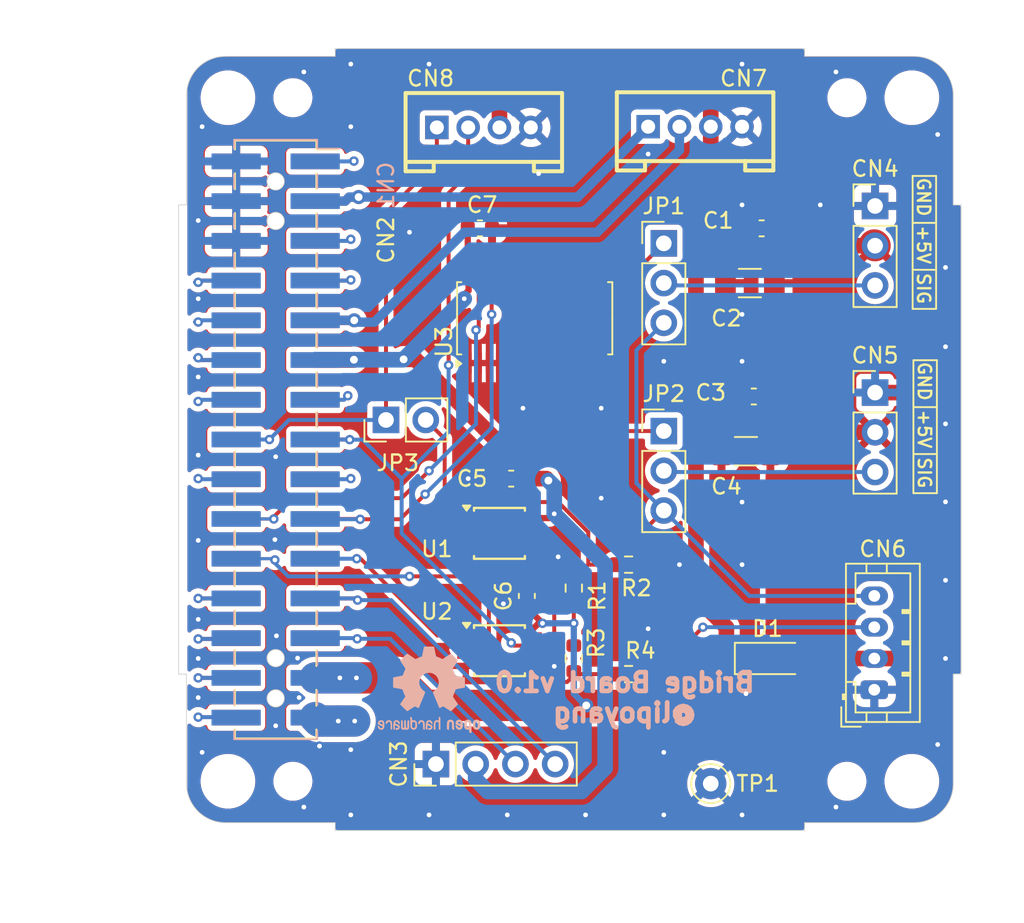
<source format=kicad_pcb>
(kicad_pcb (version 20241229) (generator "pcbnew") (generator_version "9.0")
  (title_block (title "Stack-chan Powerd / Bridge Board") (date "2025-06-20") (rev "1.0"))
  (layers (0 "F.Cu" signal) (2 "B.Cu" signal) (13 "F.Paste" user) (15 "B.Paste" user) (5 "F.SilkS" user "F.Silkscreen") (7 "B.SilkS" user "B.Silkscreen") (1 "F.Mask" user) (3 "B.Mask" user) (25 "Edge.Cuts" user))
  (net 0 "")
  (net 1 "GND")
  (net 2 "+5V")
  (net 3 "/PIN30")
  (net 4 "/BAT")
  (net 5 "/PIN28")
  (net 6 "/PIN26")
  (net 7 "+3V3")
  (net 8 "+5VM")
  (net 9 "/PIN24")
  (net 10 "/RXD1")
  (net 11 "/TXD2")
  (net 12 "/RXD2")
  (net 13 "/PIN18")
  (net 14 "/PIN17")
  (net 15 "/PIN14")
  (net 16 "/PIN13")
  (net 17 "/PIN12")
  (net 18 "/PIN10")
  (net 19 "/PIN8")
  (net 20 "/PIN7")
  (net 21 "/PWM1")
  (net 22 "/PIN5")
  (net 23 "/PIN1")
  (net 24 "/ADC")
  (net 25 "/DAC")
  (net 26 "/TXD1")
  (net 27 "/PDM_CLK")
  (net 28 "/SDA")
  (net 29 "/PDM_DAT")
  (net 30 "/SCL")
  (net 31 "Net-(CN4-Pin_3)")
  (net 32 "Net-(CN5-Pin_3)")
  (net 33 "/SERIAL2")
  (net 34 "/SERIAL1")
  (net 35 "/PWM0")
  (net 36 "Net-(JP3-Pin_2)")
  (net 37 "Net-(R1-Pad2)")
  (net 38 "Net-(R3-Pad2)")
  (footprint "m5-pantilt:mountinghole_M2_M3" (layer "F.Cu") (at 103.2 96.75 180)
    (property "Reference" "Hole3")
    (property "Value" "mountinghole_M2_M3")
  )
  (footprint "m5-pantilt:mountinghole_M2_M3" (layer "F.Cu") (at 146.8 96.95)
    (property "Reference" "Hole2")
    (property "Value" "mountinghole_M2_M3")
  )
  (footprint "m5-pantilt:mountinghole_M2_M3" (layer "F.Cu") (at 146.8 53.25)
    (property "Reference" "Hole1")
    (property "Value" "mountinghole_M2_M3")
  )
  (footprint "m5-pantilt:mountinghole_M2_M3" (layer "F.Cu") (at 103.2 53.05 180)
    (property "Reference" "Hole4")
    (property "Value" "mountinghole_M2_M3")
  )
  (footprint "Capacitor_SMD:C_1206_3216Metric_Pad1.33x1.80mm_HandSolder" (layer "F.Cu") (at 136.25 75.75 180)
    (property "Reference" "C4")
    (property "Value" "100u")
  )
  (footprint "Capacitor_SMD:C_1206_3216Metric_Pad1.33x1.80mm_HandSolder" (layer "F.Cu") (at 136.5 65)
    (property "Reference" "C2")
    (property "Value" "100u")
  )
  (footprint "Grove:GROVE-HW4-2.0" (layer "F.Cu") (at 119.5 55.05)
    (property "Reference" "CN8")
    (property "Value" "Grove")
  )
  (footprint "Connector_PinHeader_2.54mm:PinHeader_1x03_P2.54mm_Vertical" (layer "F.Cu") (at 144.5 72)
    (property "Reference" "CN5")
    (property "Value" "PinHeader")
  )
  (footprint "Connector_PinHeader_2.54mm:PinHeader_1x02_P2.54mm_Vertical" (layer "F.Cu") (at 113.25 73.75 90)
    (property "Reference" "JP3")
    (property "Value" "Conn_01x02_Pin")
  )
  (footprint "Resistor_SMD:R_0603_1608Metric" (layer "F.Cu") (at 128.75 83 180)
    (property "Reference" "R2")
    (property "Value" "100")
  )
  (footprint "Connector_PinHeader_2.54mm:PinHeader_1x03_P2.54mm_Vertical" (layer "F.Cu") (at 131 74.46)
    (property "Reference" "JP2")
    (property "Value" "PinHeader")
  )
  (footprint "Resistor_SMD:R_0603_1608Metric" (layer "F.Cu") (at 125.25 84.5 90)
    (property "Reference" "R1")
    (property "Value" "1k")
  )
  (footprint "Capacitor_SMD:C_0603_1608Metric" (layer "F.Cu") (at 119.25 61.5)
    (property "Reference" "C7")
    (property "Value" "0.1u")
  )
  (footprint "Grove:GROVE-HW4-2.0" (layer "F.Cu") (at 133 55)
    (property "Reference" "CN7")
    (property "Value" "Grove")
  )
  (footprint "Connector_PinSocket_2.54mm:PinSocket_2x15_P2.54mm_Vertical_SMD" (layer "F.Cu") (at 106.2 75)
    (property "Reference" "CN2")
    (property "Value" "PinSocket")
  )
  (footprint "Package_SO:TSSOP-8_3x3mm_P0.65mm" (layer "F.Cu") (at 120.5 88.5)
    (property "Reference" "U2")
    (property "Value" "74HCT2G125")
  )
  (footprint "Connector_Pin:Pin_D1.0mm_L10.0mm" (layer "F.Cu") (at 134 97)
    (property "Reference" "TP1")
    (property "Value" "TestPin")
  )
  (footprint "Resistor_SMD:R_0603_1608Metric" (layer "F.Cu") (at 125.25 89 -90)
    (property "Reference" "R3")
    (property "Value" "1k")
  )
  (footprint "Capacitor_SMD:C_0603_1608Metric" (layer "F.Cu") (at 122.25 85 90)
    (property "Reference" "C6")
    (property "Value" "0.1u")
  )
  (footprint "Connector_JST:JST_PH_B4B-PH-K_1x04_P2.00mm_Vertical" (layer "F.Cu") (at 144.45 91 90)
    (property "Reference" "CN6")
    (property "Value" "Grove")
  )
  (footprint "Capacitor_SMD:C_0603_1608Metric" (layer "F.Cu") (at 121.25 77.5 180)
    (property "Reference" "C5")
    (property "Value" "0.1u")
  )
  (footprint "Package_SO:TSSOP-28_4.4x9.7mm_P0.65mm" (layer "F.Cu") (at 122.75 67.25 90)
    (property "Reference" "U3")
    (property "Value" "PCA9685PW")
  )
  (footprint "Connector_PinHeader_2.54mm:PinHeader_1x03_P2.54mm_Vertical" (layer "F.Cu") (at 131 62.46)
    (property "Reference" "JP1")
    (property "Value" "PinHeader")
  )
  (footprint "Resistor_SMD:R_0603_1608Metric" (layer "F.Cu") (at 128.75 90 180)
    (property "Reference" "R4")
    (property "Value" "100")
  )
  (footprint "Capacitor_SMD:C_0603_1608Metric" (layer "F.Cu") (at 136.75 72.25 180)
    (property "Reference" "C3")
    (property "Value" "0.1u")
  )
  (footprint "Connector_PinHeader_2.54mm:PinHeader_1x04_P2.54mm_Vertical" (layer "F.Cu") (at 116.44 95.75 90)
    (property "Reference" "CN3")
    (property "Value" "PinHeader")
  )
  (footprint "Package_SO:TSSOP-8_3x3mm_P0.65mm" (layer "F.Cu") (at 120.5 81)
    (property "Reference" "U1")
    (property "Value" "74LVC2G125")
  )
  (footprint "Capacitor_SMD:C_0603_1608Metric" (layer "F.Cu") (at 137.25 61.5 180)
    (property "Reference" "C1")
    (property "Value" "0.1u")
  )
  (footprint "Connector_PinHeader_2.54mm:PinHeader_1x03_P2.54mm_Vertical" (layer "F.Cu") (at 144.5 60.07)
    (property "Reference" "CN4")
    (property "Value" "PinHeader")
  )
  (footprint "Diode_SMD:D_SOD-123F" (layer "F.Cu") (at 137.75 89)
    (property "Reference" "D1")
    (property "Value" "SS2040FL")
  )
  (footprint "Connector_PinHeader_2.54mm:PinHeader_2x15_P2.54mm_Vertical_SMD" (layer "B.Cu") (at 106.2 75 180)
    (property "Reference" "CN1")
    (property "Value" "PinHeader")
  )
  (footprint "Symbol:OSHW-Logo2_7.3x6mm_SilkScreen" (layer "B.Cu") (at 116 91 180)
    (property "Reference" "REF**" (hide yes))
    (property "Value" "OSHW-Logo2_7.3x6mm_SilkScreen" (hide yes))
  )
  (gr_line (start 146.9 58.15) (end 146.9 66.65) (stroke (width 0.12)) (layer "F.SilkS"))
  (gr_line (start 146.9 66.65) (end 148.4 66.65) (stroke (width 0.12)) (layer "F.SilkS"))
  (gr_line (start 148.4 58.15) (end 146.9 58.15) (stroke (width 0.12)) (layer "F.SilkS"))
  (gr_line (start 148.4 61.15) (end 146.9 61.15) (stroke (width 0.12)) (layer "F.SilkS"))
  (gr_line (start 148.4 64.15) (end 146.9 64.15) (stroke (width 0.12)) (layer "F.SilkS"))
  (gr_line (start 148.4 58.15) (end 148.4 66.65) (stroke (width 0.12)) (layer "F.SilkS"))
  (gr_line (start 148.45 69.93) (end 148.45 78.43) (stroke (width 0.12)) (layer "F.SilkS"))
  (gr_line (start 148.45 75.93) (end 146.95 75.93) (stroke (width 0.12)) (layer "F.SilkS"))
  (gr_line (start 148.45 72.93) (end 146.95 72.93) (stroke (width 0.12)) (layer "F.SilkS"))
  (gr_line (start 146.95 69.93) (end 146.95 78.43) (stroke (width 0.12)) (layer "F.SilkS"))
  (gr_line (start 148.45 69.93) (end 146.95 69.93) (stroke (width 0.12)) (layer "F.SilkS"))
  (gr_line (start 146.95 78.43) (end 148.45 78.43) (stroke (width 0.12)) (layer "F.SilkS"))
  (gr_line (start 140 100) (end 110 100) (stroke (width 0.05)) (layer "Edge.Cuts"))
  (gr_line (start 149.5 53) (end 149.5 60) (stroke (width 0.05)) (layer "Edge.Cuts"))
  (gr_line (start 147 50.5) (end 140 50.5) (stroke (width 0.05)) (layer "Edge.Cuts"))
  (gr_line (start 100.5 97) (end 100.5 90) (stroke (width 0.05)) (layer "Edge.Cuts"))
  (gr_line (start 100.5 53) (end 100.5 60) (stroke (width 0.05)) (layer "Edge.Cuts"))
  (gr_arc (start 100.5 53) (mid 101.232233 51.232233) (end 103 50.5) (stroke (width 0.05)) (layer "Edge.Cuts"))
  (gr_line (start 149.5 60) (end 150 60) (stroke (width 0.05)) (layer "Edge.Cuts"))
  (gr_line (start 149.5 90) (end 150 90) (stroke (width 0.05)) (layer "Edge.Cuts"))
  (gr_line (start 140 99.5) (end 140 100) (stroke (width 0.05)) (layer "Edge.Cuts"))
  (gr_line (start 110 99.5) (end 110 100) (stroke (width 0.05)) (layer "Edge.Cuts"))
  (gr_line (start 100.5 90) (end 100 90) (stroke (width 0.05)) (layer "Edge.Cuts"))
  (gr_line (start 100 60) (end 100.5 60) (stroke (width 0.05)) (layer "Edge.Cuts"))
  (gr_line (start 110 50) (end 110 50.5) (stroke (width 0.05)) (layer "Edge.Cuts"))
  (gr_circle (center 106.2 88.9764) (end 106.75 88.9764) (stroke (width 0.05)) (fill no) (layer "Edge.Cuts"))
  (gr_line (start 100 90) (end 100 60) (stroke (width 0.05)) (layer "Edge.Cuts"))
  (gr_arc (start 103 99.5) (mid 101.232233 98.767767) (end 100.5 97) (stroke (width 0.05)) (layer "Edge.Cuts"))
  (gr_line (start 103 99.5) (end 110 99.5) (stroke (width 0.05)) (layer "Edge.Cuts"))
  (gr_circle (center 106.2 61.029563) (end 106.75 61.029563) (stroke (width 0.05)) (fill no) (layer "Edge.Cuts"))
  (gr_arc (start 149.5 97) (mid 148.767767 98.767767) (end 147 99.5) (stroke (width 0.05)) (layer "Edge.Cuts"))
  (gr_arc (start 147 50.5) (mid 148.767767 51.232233) (end 149.5 53) (stroke (width 0.05)) (layer "Edge.Cuts"))
  (gr_line (start 110 50) (end 140 50) (stroke (width 0.05)) (layer "Edge.Cuts"))
  (gr_circle (center 106.2 58.5) (end 106.75 58.5) (stroke (width 0.05)) (fill no) (layer "Edge.Cuts"))
  (gr_line (start 149.5 97) (end 149.5 90) (stroke (width 0.05)) (layer "Edge.Cuts"))
  (gr_circle (center 106.2 91.55) (end 106.75 91.55) (stroke (width 0.05)) (fill no) (layer "Edge.Cuts"))
  (gr_line (start 103 50.5) (end 110 50.5) (stroke (width 0.05)) (layer "Edge.Cuts"))
  (gr_line (start 150 60) (end 150 90) (stroke (width 0.05)) (layer "Edge.Cuts"))
  (gr_line (start 140 50) (end 140 50.5) (stroke (width 0.05)) (layer "Edge.Cuts"))
  (gr_line (start 147 99.5) (end 140 99.5) (stroke (width 0.05)) (layer "Edge.Cuts"))
  (gr_text "GND +5V SIG" (at 147.6 62.3 270) (layer "F.SilkS") (effects (font (size 0.8 0.8))))
  (gr_text "GND +5V SIG" (at 147.65 74.08 270) (layer "F.SilkS") (effects (font (size 0.8 0.8))))
  (gr_text "Bridge Board v1.0\n@lipoyang" (at 128.5 91.5 0) (layer "B.SilkS") (effects (font (size 1.2 1.2) (thickness 0.3)) (justify mirror)))
  (segment (start 123.975 89.475) (end 124 89.5) (width 0.254) (layer "F.Cu") (net 1))
  (segment (start 116.5 88.5) (end 116.5 89.25) (width 0.254) (layer "F.Cu") (net 1))
  (segment (start 118.3875 77.6125) (end 118.5 77.5) (width 0.254) (layer "F.Cu") (net 1))
  (segment (start 144.5 72) (end 148.25 72) (width 1) (layer "F.Cu") (net 1))
  (segment (start 123.49547 80.675) (end 124.25 81.42953) (width 0.254) (layer "F.Cu") (net 1))
  (segment (start 122.6125 80.675) (end 123.49547 80.675) (width 0.254) (layer "F.Cu") (net 1))
  (segment (start 122.6125 89.475) (end 123.975 89.475) (width 0.254) (layer "F.Cu") (net 1))
  (segment (start 116.825 88.175) (end 116.5 88.5) (width 0.254) (layer "F.Cu") (net 1))
  (segment (start 118.3875 88.175) (end 116.825 88.175) (width 0.254) (layer "F.Cu") (net 1))
  (segment (start 124.25 81.42953) (end 124.25 82.5) (width 0.254) (layer "F.Cu") (net 1))
  (segment (start 118.3875 80.025) (end 118.3875 77.6125) (width 0.254) (layer "F.Cu") (net 1))
  (segment (start 116.5 89.25) (end 116.725 89.475) (width 0.254) (layer "F.Cu") (net 1))
  (segment (start 116.725 89.475) (end 118.3875 89.475) (width 0.254) (layer "F.Cu") (net 1))
  (via (at 108 51.5) (size 0.6) (drill 0.3) (layers "F.Cu" "B.Cu") (net 1))
  (via (at 101.5 95) (size 0.6) (drill 0.3) (layers "F.Cu" "B.Cu") (net 1))
  (via (at 124 89.5) (size 0.6) (drill 0.3) (layers "F.Cu" "B.Cu") (net 1))
  (via (at 142 51.5) (size 0.6) (drill 0.3) (layers "F.Cu" "B.Cu") (net 1))
  (via (at 148.5 94.5) (size 0.6) (drill 0.3) (layers "F.Cu" "B.Cu") (net 1))
  (via (at 122 73) (size 0.6) (drill 0.3) (layers "F.Cu" "B.Cu") (net 1))
  (via (at 149 74) (size 0.6) (drill 0.3) (layers "F.Cu" "B.Cu") (net 1))
  (via (at 118.5 77.5) (size 0.6) (drill 0.3) (layers "F.Cu" "B.Cu") (net 1))
  (via (at 101.25 81.45) (size 0.6) (drill 0.3) (layers "F.Cu" "B.Cu") (net 1))
  (via (at 109 94.6) (size 0.6) (drill 0.3) (layers "F.Cu" "B.Cu") (net 1))
  (via (at 131 70) (size 0.6) (drill 0.3) (layers "F.Cu" "B.Cu") (net 1))
  (via (at 106.2 93.3) (size 0.6) (drill 0.3) (layers "F.Cu" "B.Cu") (net 1))
  (via (at 101.25 76) (size 0.6) (drill 0.3) (layers "F.Cu" "B.Cu") (net 1))
  (via (at 149 89) (size 0.6) (drill 0.3) (layers "F.Cu" "B.Cu") (net 1))
  (via (at 116 99) (size 0.6) (drill 0.3) (layers "F.Cu" "B.Cu") (net 1))
  (via (at 149 84) (size 0.6) (drill 0.3) (layers "F.Cu" "B.Cu") (net 1))
  (via (at 101.25 86.5) (size 0.6) (drill 0.3) (layers "F.Cu" "B.Cu") (net 1))
  (via (at 131 95) (size 0.6) (drill 0.3) (layers "F.Cu" "B.Cu") (net 1))
  (via (at 120.75 85.5) (size 0.6) (drill 0.3) (layers "F.Cu" "B.Cu") (net 1))
  (via (at 108 98.5) (size 0.6) (drill 0.3) (layers "F.Cu" "B.Cu") (net 1))
  (via (at 101.25 71) (size 0.6) (drill 0.3) (layers "F.Cu" "B.Cu") (net 1))
  (via (at 136 79) (size 0.6) (drill 0.3) (layers "F.Cu" "B.Cu") (net 1))
  (via (at 130 56.75) (size 0.6) (drill 0.3) (layers "F.Cu" "B.Cu") (net 1))
  (via (at 126 99) (size 0.6) (drill 0.3) (layers "F.Cu" "B.Cu") (net 1))
  (via (at 136 70) (size 0.6) (drill 0.3) (layers "F.Cu" "B.Cu") (net 1))
  (via (at 101.25 61) (size 0.6) (drill 0.3) (layers "F.Cu" "B.Cu") (net 1))
  (via (at 131 99) (size 0.6) (drill 0.3) (layers "F.Cu" "B.Cu") (net 1))
  (via (at 101.5 55) (size 0.6) (drill 0.3) (layers "F.Cu" "B.Cu") (net 1))
  (via (at 124.25 82.5) (size 0.6) (drill 0.3) (layers "F.Cu" "B.Cu") (net 1))
  (via (at 116 51) (size 0.6) (drill 0.3) (layers "F.Cu" "B.Cu") (net 1))
  (via (at 148.5 55.5) (size 0.6) (drill 0.3) (layers "F.Cu" "B.Cu") (net 1))
  (via (at 149 78.985951) (size 0.6) (drill 0.3) (layers "F.Cu" "B.Cu") (net 1))
  (via (at 136 60) (size 0.6) (drill 0.3) (layers "F.Cu" "B.Cu") (net 1))
  (via (at 101.25 89) (size 0.6) (drill 0.3) (layers "F.Cu" "B.Cu") (net 1))
  (via (at 136 51) (size 0.6) (drill 0.3) (layers "F.Cu" "B.Cu") (net 1))
  (via (at 111 99) (size 0.6) (drill 0.3) (layers "F.Cu" "B.Cu") (net 1))
  (via (at 107.6 88.9764) (size 0.6) (drill 0.3) (layers "F.Cu" "B.Cu") (net 1))
  (via (at 136 99) (size 0.6) (drill 0.3) (layers "F.Cu" "B.Cu") (net 1))
  (via (at 111 55) (size 0.6) (drill 0.3) (layers "F.Cu" "B.Cu") (net 1))
  (via (at 136.25 91.25) (size 0.6) (drill 0.3) (layers "F.Cu" "B.Cu") (net 1))
  (via (at 136 67) (size 0.6) (drill 0.3) (layers "F.Cu" "B.Cu") (net 1))
  (via (at 136 83) (size 0.6) (drill 0.3) (layers "F.Cu" "B.Cu") (net 1))
  (via (at 130 87.097227) (size 0.6) (drill 0.3) (layers "F.Cu" "B.Cu") (net 1))
  (via (at 127 78.75) (size 0.6) (drill 0.3) (layers "F.Cu" "B.Cu") (net 1))
  (via (at 142 98.5) (size 0.6) (drill 0.3) (layers "F.Cu" "B.Cu") (net 1))
  (via (at 132 83) (size 0.6) (drill 0.3) (layers "F.Cu" "B.Cu") (net 1))
  (via (at 123 58) (size 0.6) (drill 0.3) (layers "F.Cu" "B.Cu") (net 1))
  (via (at 106.2 76.1) (size 0.6) (drill 0.3) (layers "F.Cu" "B.Cu") (net 1))
  (via (at 149 64) (size 0.6) (drill 0.3) (layers "F.Cu" "B.Cu") (net 1))
  (via (at 111 94.83) (size 0.6) (drill 0.3) (layers "F.Cu" "B.Cu") (net 1))
  (via (at 101.25 91.5) (size 0.6) (drill 0.3) (layers "F.Cu" "B.Cu") (net 1))
  (via (at 121 99) (size 0.6) (drill 0.3) (layers "F.Cu" "B.Cu") (net 1))
  (via (at 106.15 81.4) (size 0.6) (drill 0.3) (layers "F.Cu" "B.Cu") (net 1))
  (via (at 107.7 91.5) (size 0.6) (drill 0.3) (layers "F.Cu" "B.Cu") (net 1))
  (via (at 141 60) (size 0.6) (drill 0.3) (layers "F.Cu" "B.Cu") (net 1))
  (via (at 101.25 66) (size 0.6) (drill 0.3) (layers "F.Cu" "B.Cu") (net 1))
  (via (at 114.75 61.75) (size 0.6) (drill 0.3) (layers "F.Cu" "B.Cu") (net 1))
  (via (at 127 73) (size 0.6) (drill 0.3) (layers "F.Cu" "B.Cu") (net 1))
  (via (at 149 69.068759) (size 0.6) (drill 0.3) (layers "F.Cu" "B.Cu") (net 1))
  (via (at 106.25 87.55) (size 0.6) (drill 0.3) (layers "F.Cu" "B.Cu") (net 1))
  (via (at 111 51) (size 0.6) (drill 0.3) (layers "F.Cu" "B.Cu") (net 1))
  (segment (start 122.525 86.025) (end 123.25 86.75) (width 0.4) (layer "F.Cu") (net 2))
  (segment (start 115.76 92) (end 114 90.24) (width 2) (layer "F.Cu") (net 2))
  (segment (start 135 89) (end 136.35 89) (width 2) (layer "F.Cu") (net 2))
  (segment (start 123 86.75) (end 122.6125 87.1375) (width 0.4) (layer "F.Cu") (net 2))
  (segment (start 132.75 51.75) (end 121.75 51.75) (width 1) (layer "F.Cu") (net 2))
  (segment (start 121.75 51.75) (end 120.5 53) (width 1) (layer "F.Cu") (net 2))
  (segment (start 135 87.008004) (end 135 89) (width 1) (layer "F.Cu") (net 2))
  (segment (start 133.055 85.063004) (end 135 87.008004) (width 1) (layer "F.Cu") (net 2))
  (segment (start 126.046 92) (end 132 92) (width 2) (layer "F.Cu") (net 2))
  (segment (start 123.25 86.75) (end 123 86.75) (width 0.4) (layer "F.Cu") (net 2))
  (segment (start 126.046 92) (end 115.76 92) (width 2) (layer "F.Cu") (net 2))
  (segment (start 134 55) (end 134 53) (width 1) (layer "F.Cu") (net 2))
  (segment (start 134 62.75) (end 133.055 63.695) (width 1) (layer "F.Cu") (net 2))
  (segment (start 133.055 63.695) (end 133.055 85.063004) (width 1) (layer "F.Cu") (net 2))
  (segment (start 134 55) (end 134 62.75) (width 1) (layer "F.Cu") (net 2))
  (segment (start 125.25 86.75) (end 125.25 87.925) (width 0.254) (layer "F.Cu") (net 2))
  (segment (start 120.5 53) (end 120.5 55.05) (width 1) (layer "F.Cu") (net 2))
  (segment (start 132 92) (end 135 89) (width 2) (layer "F.Cu") (net 2))
  (segment (start 125.25 87.925) (end 125.5 88.175) (width 0.254) (layer "F.Cu") (net 2))
  (segment (start 122.6125 87.1375) (end 122.6125 87.525) (width 0.4) (layer "F.Cu") (net 2))
  (segment (start 125.5 85.325) (end 125.25 85.575) (width 0.254) (layer "F.Cu") (net 2))
  (segment (start 114 90.24) (end 108.72 90.24) (width 2) (layer "F.Cu") (net 2))
  (segment (start 125.25 85.575) (end 125.25 86.75) (width 0.254) (layer "F.Cu") (net 2))
  (segment (start 134 53) (end 132.75 51.75) (width 1) (layer "F.Cu") (net 2))
  (segment (start 122.25 86.025) (end 122.525 86.025) (width 0.4) (layer "F.Cu") (net 2))
  (via (at 126.046 92) (size 0.9) (drill 0.5) (layers "F.Cu" "B.Cu") (net 2))
  (via (at 125.25 86.75) (size 0.6) (drill 0.3) (layers "F.Cu" "B.Cu") (net 2))
  (via (at 110.3 90.24) (size 0.6) (drill 0.3) (layers "F.Cu" "B.Cu") (net 2))
  (via (at 111.36 90.24) (size 0.6) (drill 0.3) (layers "F.Cu" "B.Cu") (net 2))
  (via (at 123.25 86.75) (size 0.6) (drill 0.3) (layers "F.Cu" "B.Cu") (net 2))
  (segment (start 125.25 91.25) (end 125.25 86.75) (width 0.4) (layer "B.Cu") (net 2))
  (segment (start 126.046 92) (end 126 92) (width 0.4) (layer "B.Cu") (net 2))
  (segment (start 108.725 90.24) (end 111.36 90.24) (width 2) (layer "B.Cu") (net 2))
  (segment (start 126 92) (end 125.25 91.25) (width 0.4) (layer "B.Cu") (net 2))
  (segment (start 125.25 86.75) (end 123.25 86.75) (width 0.4) (layer "B.Cu") (net 2))
  (segment (start 101.25 92.75) (end 102.402 92.75) (width 0.254) (layer "F.Cu") (net 3))
  (segment (start 102.402 92.75) (end 102.432 92.78) (width 0.254) (layer "F.Cu") (net 3))
  (segment (start 102.432 92.78) (end 103.68 92.78) (width 0.2) (layer "F.Cu") (net 3))
  (via (at 101.25 92.75) (size 0.6) (drill 0.3) (layers "F.Cu" "B.Cu") (net 3))
  (segment (start 101.25 92.75) (end 102.402 92.75) (width 0.254) (layer "B.Cu") (net 3))
  (segment (start 102.432 92.78) (end 103.675 92.78) (width 0.2) (layer "B.Cu") (net 3))
  (segment (start 102.402 92.75) (end 102.432 92.78) (width 0.254) (layer "B.Cu") (net 3))
  (segment (start 111.25 93) (end 108.94 93) (width 2) (layer "F.Cu") (net 4))
  (segment (start 108.94 93) (end 108.72 92.78) (width 2) (layer "F.Cu") (net 4))
  (via (at 110.2 93) (size 0.6) (drill 0.3) (layers "F.Cu" "B.Cu") (net 4))
  (via (at 111.25 93) (size 0.6) (drill 0.3) (layers "F.Cu" "B.Cu") (net 4))
  (segment (start 108.945 93) (end 108.725 92.78) (width 2) (layer "B.Cu") (net 4))
  (segment (start 111.25 93) (end 110.2 93) (width 2) (layer "B.Cu") (net 4))
  (segment (start 110.2 93) (end 108.945 93) (width 2) (layer "B.Cu") (net 4))
  (segment (start 101.161503 90.24) (end 103.68 90.24) (width 0.254) (layer "F.Cu") (net 5))
  (segment (start 101.25 90.24) (end 101.161503 90.24) (width 0.2) (layer "F.Cu") (net 5))
  (via (at 101.25 90.24) (size 0.6) (drill 0.3) (layers "F.Cu" "B.Cu") (net 5))
  (segment (start 101.161503 90.24) (end 103.675 90.24) (width 0.254) (layer "B.Cu") (net 5))
  (segment (start 101.25 90.24) (end 101.161503 90.24) (width 0.2) (layer "B.Cu") (net 5))
  (segment (start 102.852 87.75) (end 102.902 87.7) (width 0.254) (layer "F.Cu") (net 6))
  (segment (start 101.5 87.75) (end 102.852 87.75) (width 0.254) (layer "F.Cu") (net 6))
  (segment (start 102.902 87.7) (end 103.68 87.7) (width 0.2) (layer "F.Cu") (net 6))
  (via (at 101.25 87.75) (size 0.6) (drill 0.3) (layers "F.Cu" "B.Cu") (net 6))
  (segment (start 102.902 87.7) (end 103.675 87.7) (width 0.2) (layer "B.Cu") (net 6))
  (segment (start 101.5 87.75) (end 102.852 87.75) (width 0.254) (layer "B.Cu") (net 6))
  (segment (start 102.852 87.75) (end 102.902 87.7) (width 0.254) (layer "B.Cu") (net 6))
  (segment (start 118.525 65.475) (end 118.25 65.75) (width 0.4) (layer "F.Cu") (net 7))
  (segment (start 114.375 69.875) (end 115.125 69.875) (width 1) (layer "F.Cu") (net 7))
  (segment (start 122.025 77.5) (end 123.5 77.5) (width 1) (layer "F.Cu") (net 7))
  (segment (start 123.5 77.5) (end 123.625 77.625) (width 0.254) (layer "F.Cu") (net 7))
  (segment (start 115.125 69.875) (end 122 76.75) (width 1) (layer "F.Cu") (net 7))
  (segment (start 123.725 80.025) (end 124 79.75) (width 0.4) (layer "F.Cu") (net 7))
  (segment (start 118.25 65.75) (end 118.25 66) (width 0.4) (layer "F.Cu") (net 7))
  (segment (start 118.525 64.3875) (end 118.491 64.4215) (width 0.254) (layer "F.Cu") (net 7))
  (segment (start 118.475 64.3425) (end 118.52 64.3875) (width 0.4) (layer "F.Cu") (net 7))
  (segment (start 122.6125 80.025) (end 123.725 80.025) (width 0.4) (layer "F.Cu") (net 7))
  (segment (start 122 76.75) (end 122 77.5) (width 1) (layer "F.Cu") (net 7))
  (segment (start 118.475 62) (end 118.475 64.3425) (width 0.4) (layer "F.Cu") (net 7))
  (segment (start 118.525 64.3875) (end 118.525 65.475) (width 0.4) (layer "F.Cu") (net 7))
  (segment (start 122 77.5) (end 122.025 77.5) (width 0.254) (layer "F.Cu") (net 7))
  (segment (start 108.72 69.92) (end 111.18 69.92) (width 1) (layer "F.Cu") (net 7))
  (segment (start 111.18 69.92) (end 111.2 69.9) (width 1) (layer "F.Cu") (net 7))
  (via (at 111.2 69.9) (size 0.9) (drill 0.5) (layers "F.Cu" "B.Cu") (net 7))
  (via (at 123.625 77.625) (size 0.9) (drill 0.5) (layers "F.Cu" "B.Cu") (net 7))
  (via (at 124 79.75) (size 0.6) (drill 0.3) (layers "F.Cu" "B.Cu") (net 7))
  (via (at 114.375 69.875) (size 0.9) (drill 0.5) (layers "F.Cu" "B.Cu") (net 7))
  (via (at 118.25 66) (size 0.6) (drill 0.3) (layers "F.Cu" "B.Cu") (net 7))
  (segment (start 127.25 96) (end 127.25 83) (width 1) (layer "B.Cu") (net 7))
  (segment (start 111.2 69.9) (end 108.745 69.9) (width 1) (layer "B.Cu") (net 7))
  (segment (start 124 78) (end 124 79.75) (width 1) (layer "B.Cu") (net 7))
  (segment (start 125.75 97.5) (end 127.25 96) (width 1) (layer "B.Cu") (net 7))
  (segment (start 119.75 97.5) (end 125.75 97.5) (width 1) (layer "B.Cu") (net 7))
  (segment (start 123.625 77.625) (end 124 78) (width 1) (layer "B.Cu") (net 7))
  (segment (start 118.98 95.75) (end 118.98 96.73) (width 1) (layer "B.Cu") (net 7))
  (segment (start 114.35 69.9) (end 111.2 69.9) (width 1) (layer "B.Cu") (net 7))
  (segment (start 108.745 69.9) (end 108.725 69.92) (width 1) (layer "B.Cu") (net 7))
  (segment (start 127.25 83) (end 124 79.75) (width 1) (layer "B.Cu") (net 7))
  (segment (start 118.25 66) (end 114.375 69.875) (width 1) (layer "B.Cu") (net 7))
  (segment (start 118.98 96.73) (end 119.75 97.5) (width 1) (layer "B.Cu") (net 7))
  (segment (start 114.375 69.875) (end 114.35 69.9) (width 0.254) (layer "B.Cu") (net 7))
  (segment (start 140.22 63.47) (end 140.75 63.47) (width 0.6) (layer "F.Cu") (net 8))
  (segment (start 137.8125 74.75) (end 140.75 74.75) (width 0.6) (layer "F.Cu") (net 8))
  (segment (start 141.29 74.75) (end 141.5 74.54) (width 0.6) (layer "F.Cu") (net 8))
  (segment (start 140.75 74.75) (end 141.29 74.75) (width 0.6) (layer "F.Cu") (net 8))
  (segment (start 144.5 62.61) (end 141.61 62.61) (width 1) (layer "F.Cu") (net 8))
  (segment (start 144.5 62.61) (end 144.4525 62.5625) (width 2) (layer "F.Cu") (net 8))
  (segment (start 144.45 89) (end 146 89) (width 1) (layer "F.Cu") (net 8))
  (segment (start 137.525 72.25) (end 137.525 74.4625) (width 0.6) (layer "F.Cu") (net 8))
  (segment (start 139.275 62.75) (end 139.5 62.75) (width 0.6) (layer "F.Cu") (net 8))
  (segment (start 140.75 63.47) (end 140.75 89) (width 1) (layer "F.Cu") (net 8))
  (segment (start 144.5 74.54) (end 140.96 74.54) (width 1) (layer "F.Cu") (net 8))
  (segment (start 139.5 62.75) (end 140.22 63.47) (width 0.6) (layer "F.Cu") (net 8))
  (segment (start 138.025 61.5) (end 139.275 62.75) (width 0.6) (layer "F.Cu") (net 8))
  (segment (start 139.15 89) (end 144.45 89) (width 1) (layer "F.Cu") (net 8))
  (segment (start 140.75 89) (end 139.15 89) (width 2) (layer "F.Cu") (net 8))
  (segment (start 140.96 74.54) (end 140.75 74.75) (width 1) (layer "F.Cu") (net 8))
  (segment (start 137.525 74.4625) (end 137.8125 74.75) (width 0.6) (layer "F.Cu") (net 8))
  (segment (start 141.61 62.61) (end 140.75 63.47) (width 1) (layer "F.Cu") (net 8))
  (segment (start 103.68 85.16) (end 101.2 85.16) (width 0.254) (layer "F.Cu") (net 9))
  (via (at 101.25 85.16) (size 0.6) (drill 0.3) (layers "F.Cu" "B.Cu") (net 9))
  (segment (start 101.2 85.16) (end 101.162 85.16) (width 0.2) (layer "B.Cu") (net 9))
  (segment (start 101.162 85.16) (end 103.675 85.16) (width 0.254) (layer "B.Cu") (net 9))
  (segment (start 114.75 83.75) (end 118.75 83.75) (width 0.254) (layer "F.Cu") (net 10))
  (segment (start 106.07 82.62) (end 103.68 82.62) (width 0.2) (layer "F.Cu") (net 10))
  (segment (start 121.175 81.325) (end 122.6125 81.325) (width 0.254) (layer "F.Cu") (net 10))
  (segment (start 118.75 83.75) (end 121.175 81.325) (width 0.254) (layer "F.Cu") (net 10))
  (segment (start 106.15 82.7) (end 106.07 82.62) (width 0.2) (layer "F.Cu") (net 10))
  (via (at 114.75 83.75) (size 0.6) (drill 0.3) (layers "F.Cu" "B.Cu") (net 10))
  (via (at 106.15 82.7) (size 0.6) (drill 0.3) (layers "F.Cu" "B.Cu") (net 10))
  (segment (start 107 83.75) (end 106.15 82.9) (width 0.254) (layer "B.Cu") (net 10))
  (segment (start 103.675 82.62) (end 106.07 82.62) (width 0.2) (layer "B.Cu") (net 10))
  (segment (start 106.15 82.9) (end 106.15 82.7) (width 0.254) (layer "B.Cu") (net 10))
  (segment (start 114.75 83.75) (end 107 83.75) (width 0.254) (layer "B.Cu") (net 10))
  (segment (start 106.07 82.62) (end 106.15 82.7) (width 0.2) (layer "B.Cu") (net 10))
  (segment (start 117.25 59.25) (end 118.5 58) (width 0.254) (layer "F.Cu") (net 11))
  (segment (start 117.25 70.25) (end 117.25 59.25) (width 0.254) (layer "F.Cu") (net 11))
  (segment (start 122.6125 88.175) (end 121.425 88.175) (width 0.254) (layer "F.Cu") (net 11))
  (segment (start 121.425 88.175) (end 121.25 88) (width 0.254) (layer "F.Cu") (net 11))
  (segment (start 110.93 75.01) (end 110.92 75) (width 0.2) (layer "F.Cu") (net 11))
  (segment (start 110.92 75) (end 108.72 75) (width 0.254) (layer "F.Cu") (net 11))
  (segment (start 118.5 58) (end 118.5 55.05) (width 0.254) (layer "F.Cu") (net 11))
  (via (at 117.25 70.25) (size 0.6) (drill 0.3) (layers "F.Cu" "B.Cu") (net 11))
  (via (at 110.93 75.01) (size 0.6) (drill 0.3) (layers "F.Cu" "B.Cu") (net 11))
  (via (at 121.25 88) (size 0.6) (drill 0.3) (layers "F.Cu" "B.Cu") (net 11))
  (segment (start 110.92 75) (end 108.725 75) (width 0.254) (layer "B.Cu") (net 11))
  (segment (start 110.93 75.01) (end 110.92 75) (width 0.2) (layer "B.Cu") (net 11))
  (segment (start 114.25 77.5) (end 111.76 75.01) (width 0.254) (layer "B.Cu") (net 11))
  (segment (start 121.25 88) (end 114.25 81) (width 0.254) (layer "B.Cu") (net 11))
  (segment (start 117.25 70.25) (end 117.25 74.5) (width 0.254) (layer "B.Cu") (net 11))
  (segment (start 114.25 81) (end 114.25 77.5) (width 0.254) (layer "B.Cu") (net 11))
  (segment (start 111.76 75.01) (end 110.93 75.01) (width 0.254) (layer "B.Cu") (net 11))
  (segment (start 117.25 74.5) (end 114.25 77.5) (width 0.254) (layer "B.Cu") (net 11))
  (segment (start 105.8 75) (end 103.68 75) (width 0.2) (layer "F.Cu") (net 12))
  (segment (start 116.5 57.25) (end 113.25 60.5) (width 0.254) (layer "F.Cu") (net 12))
  (segment (start 116.5 55.05) (end 116.5 57.25) (width 0.254) (layer "F.Cu") (net 12))
  (segment (start 113.25 60.5) (end 113.25 73.75) (width 0.254) (layer "F.Cu") (net 12))
  (via (at 105.8 75) (size 0.6) (drill 0.3) (layers "F.Cu" "B.Cu") (net 12))
  (segment (start 103.675 75) (end 105.8 75) (width 0.254) (layer "B.Cu") (net 12))
  (segment (start 107.05 73.75) (end 113.225 73.75) (width 0.254) (layer "B.Cu") (net 12))
  (segment (start 105.8 75) (end 107.05 73.75) (width 0.254) (layer "B.Cu") (net 12))
  (segment (start 113.225 73.75) (end 113.725 74.25) (width 0.2) (layer "B.Cu") (net 12))
  (segment (start 101.14 77.54) (end 103.68 77.54) (width 0.254) (layer "F.Cu") (net 13))
  (segment (start 101.1 77.5) (end 101.14 77.54) (width 0.1524) (layer "F.Cu") (net 13))
  (via (at 101.25 77.5) (size 0.6) (drill 0.3) (layers "F.Cu" "B.Cu") (net 13))
  (segment (start 101.14 77.54) (end 101.1 77.5) (width 0.1524) (layer "B.Cu") (net 13))
  (segment (start 103.675 77.54) (end 101.14 77.54) (width 0.254) (layer "B.Cu") (net 13))
  (segment (start 110.96 77.54) (end 111 77.5) (width 0.1524) (layer "F.Cu") (net 14))
  (segment (start 108.72 77.54) (end 110.96 77.54) (width 0.254) (layer "F.Cu") (net 14))
  (via (at 111 77.5) (size 0.6) (drill 0.3) (layers "F.Cu" "B.Cu") (net 14))
  (segment (start 111 77.5) (end 110.96 77.54) (width 0.1524) (layer "B.Cu") (net 14))
  (segment (start 110.96 77.54) (end 108.725 77.54) (width 0.254) (layer "B.Cu") (net 14))
  (segment (start 103.68 72.46) (end 101.124 72.46) (width 0.254) (layer "F.Cu") (net 15))
  (segment (start 101.124 72.46) (end 101.016 72.568) (width 0.1524) (layer "F.Cu") (net 15))
  (via (at 101.25 72.568) (size 0.6) (drill 0.3) (layers "F.Cu" "B.Cu") (net 15))
  (segment (start 101.124 72.46) (end 103.675 72.46) (width 0.254) (layer "B.Cu") (net 15))
  (segment (start 101.016 72.568) (end 101.124 72.46) (width 0.1524) (layer "B.Cu") (net 15))
  (segment (start 108.72 72.46) (end 110.5512 72.46) (width 0.254) (layer "F.Cu") (net 16))
  (segment (start 110.5512 72.46) (end 110.8096 72.2016) (width 0.254) (layer "F.Cu") (net 16))
  (via (at 110.8096 72.2016) (size 0.6) (drill 0.3) (layers "F.Cu" "B.Cu") (net 16))
  (segment (start 110.8096 72.2104) (end 110.56 72.46) (width 0.254) (layer "B.Cu") (net 16))
  (segment (start 110.8096 72.2016) (end 110.8096 72.2104) (width 0.2) (layer "B.Cu") (net 16))
  (segment (start 110.56 72.46) (end 108.725 72.46) (width 0.254) (layer "B.Cu") (net 16))
  (segment (start 103.68 69.92) (end 101.162 69.92) (width 0.254) (layer "F.Cu") (net 17))
  (segment (start 101.162 69.92) (end 101.016 69.774) (width 0.2) (layer "F.Cu") (net 17))
  (via (at 101.25 69.774) (size 0.6) (drill 0.3) (layers "F.Cu" "B.Cu") (net 17))
  (segment (start 101.016 69.774) (end 101.162 69.92) (width 0.2) (layer "B.Cu") (net 17))
  (segment (start 101.162 69.92) (end 103.675 69.92) (width 0.254) (layer "B.Cu") (net 17))
  (segment (start 103.68 67.38) (end 101.124 67.38) (width 0.254) (layer "F.Cu") (net 18))
  (segment (start 101.124 67.38) (end 101.016 67.488) (width 0.2) (layer "F.Cu") (net 18))
  (via (at 101.25 67.488) (size 0.6) (drill 0.3) (layers "F.Cu" "B.Cu") (net 18))
  (segment (start 101.016 67.488) (end 101.124 67.38) (width 0.2) (layer "B.Cu") (net 18))
  (segment (start 101.124 67.38) (end 103.675 67.38) (width 0.254) (layer "B.Cu") (net 18))
  (segment (start 103.68 64.84) (end 101.124 64.84) (width 0.254) (layer "F.Cu") (net 19))
  (segment (start 101.124 64.84) (end 101.016 64.948) (width 0.2) (layer "F.Cu") (net 19))
  (via (at 101.25 64.948) (size 0.6) (drill 0.3) (layers "F.Cu" "B.Cu") (net 19))
  (segment (start 101.016 64.948) (end 101.124 64.84) (width 0.2) (layer "B.Cu") (net 19))
  (segment (start 101.124 64.84) (end 103.675 64.84) (width 0.254) (layer "B.Cu") (net 19))
  (segment (start 110.96 64.84) (end 111 64.8) (width 0.1524) (layer "F.Cu") (net 20))
  (segment (start 108.72 64.84) (end 110.96 64.84) (width 0.254) (layer "F.Cu") (net 20))
  (via (at 111 64.8) (size 0.6) (drill 0.3) (layers "F.Cu" "B.Cu") (net 20))
  (segment (start 111 64.8) (end 110.96 64.84) (width 0.1524) (layer "B.Cu") (net 20))
  (segment (start 110.96 64.84) (end 108.725 64.84) (width 0.254) (layer "B.Cu") (net 20))
  (segment (start 122.425 71.425) (end 122.425 70.1125) (width 0.254) (layer "F.Cu") (net 21))
  (segment (start 125.46 74.46) (end 122.425 71.425) (width 0.254) (layer "F.Cu") (net 21))
  (segment (start 131 74.46) (end 125.46 74.46) (width 0.254) (layer "F.Cu") (net 21))
  (segment (start 111 62.2) (end 110.9 62.3) (width 0.1524) (layer "F.Cu") (net 22))
  (segment (start 110.9 62.3) (end 108.72 62.3) (width 0.254) (layer "F.Cu") (net 22))
  (via (at 111 62.2) (size 0.6) (drill 0.3) (layers "F.Cu" "B.Cu") (net 22))
  (segment (start 108.725 62.3) (end 110.9 62.3) (width 0.254) (layer "B.Cu") (net 22))
  (segment (start 110.9 62.3) (end 111 62.2) (width 0.1524) (layer "B.Cu") (net 22))
  (segment (start 111.18 57.22) (end 111.2 57.2) (width 0.2) (layer "F.Cu") (net 23))
  (segment (start 108.72 57.22) (end 111.18 57.22) (width 0.254) (layer "F.Cu") (net 23))
  (via (at 111.2 57.2) (size 0.6) (drill 0.3) (layers "F.Cu" "B.Cu") (net 23))
  (segment (start 111.18 57.22) (end 108.725 57.22) (width 0.254) (layer "B.Cu") (net 23))
  (segment (start 111.2 57.2) (end 111.18 57.22) (width 0.2) (layer "B.Cu") (net 23))
  (segment (start 110.64 59.76) (end 108.72 59.76) (width 0.6) (layer "F.Cu") (net 24))
  (segment (start 110.9 59.5) (end 110.64 59.76) (width 0.6) (layer "F.Cu") (net 24))
  (segment (start 111.5 59.5) (end 110.9 59.5) (width 0.6) (layer "F.Cu") (net 24))
  (via (at 111.5 59.5) (size 0.9) (drill 0.5) (layers "F.Cu" "B.Cu") (net 24))
  (segment (start 110.9 59.5) (end 110.64 59.76) (width 0.6) (layer "B.Cu") (net 24))
  (segment (start 130 55) (end 125.5 59.5) (width 0.6) (layer "B.Cu") (net 24))
  (segment (start 111.1 59.5) (end 111.5 59.5) (width 0.4) (layer "B.Cu") (net 24))
  (segment (start 111.5 59.5) (end 110.9 59.5) (width 0.6) (layer "B.Cu") (net 24))
  (segment (start 110.64 59.76) (end 108.725 59.76) (width 0.6) (layer "B.Cu") (net 24))
  (segment (start 125.5 59.5) (end 111.1 59.5) (width 0.6) (layer "B.Cu") (net 24))
  (segment (start 111.22 67.38) (end 108.72 67.38) (width 0.6) (layer "F.Cu") (net 25))
  (via (at 111.22 67.38) (size 0.9) (drill 0.5) (layers "F.Cu" "B.Cu") (net 25))
  (segment (start 132 55) (end 132 56.5) (width 0.6) (layer "B.Cu") (net 25))
  (segment (start 132 56.5) (end 126.75 61.75) (width 0.6) (layer "B.Cu") (net 25))
  (segment (start 111.34 67.5) (end 111.22 67.38) (width 0.6) (layer "B.Cu") (net 25))
  (segment (start 112.5 67.5) (end 111.34 67.5) (width 0.6) (layer "B.Cu") (net 25))
  (segment (start 118.25 61.75) (end 112.5 67.5) (width 0.6) (layer "B.Cu") (net 25))
  (segment (start 126.75 61.75) (end 118.25 61.75) (width 0.6) (layer "B.Cu") (net 25))
  (segment (start 108.725 67.38) (end 111.22 67.38) (width 0.6) (layer "B.Cu") (net 25))
  (segment (start 111.62 82.62) (end 116.525 87.525) (width 0.254) (layer "F.Cu") (net 26))
  (segment (start 111.38 82.62) (end 111.62 82.62) (width 0.1524) (layer "F.Cu") (net 26))
  (segment (start 116.525 87.525) (end 118.3875 87.525) (width 0.254) (layer "F.Cu") (net 26))
  (segment (start 111.38 82.62) (end 108.72 82.62) (width 0.254) (layer "F.Cu") (net 26))
  (via (at 111.38 82.62) (size 0.6) (drill 0.3) (layers "F.Cu" "B.Cu") (net 26))
  (segment (start 111.38 82.62) (end 108.725 82.62) (width 0.254) (layer "B.Cu") (net 26))
  (segment (start 108.72 85.16) (end 111.322 85.16) (width 0.254) (layer "F.Cu") (net 27))
  (segment (start 111.322 85.16) (end 111.43 85.268) (width 0.2) (layer "F.Cu") (net 27))
  (via (at 111.43 85.268) (size 0.6) (drill 0.3) (layers "F.Cu" "B.Cu") (net 27))
  (segment (start 111.43 85.268) (end 111.322 85.16) (width 0.2) (layer "B.Cu") (net 27))
  (segment (start 124.06 95.75) (end 113.578 85.268) (width 0.254) (layer "B.Cu") (net 27))
  (segment (start 111.322 85.16) (end 108.725 85.16) (width 0.254) (layer "B.Cu") (net 27))
  (segment (start 113.578 85.268) (end 111.43 85.268) (width 0.254) (layer "B.Cu") (net 27))
  (segment (start 106.08 80.08) (end 103.68 80.08) (width 0.2) (layer "F.Cu") (net 28))
  (segment (start 114.25 78.75) (end 107.275 78.75) (width 0.254) (layer "F.Cu") (net 28))
  (segment (start 119.175 64.3875) (end 119.175 67.825) (width 0.254) (layer "F.Cu") (net 28))
  (segment (start 116 77) (end 114.25 78.75) (width 0.254) (layer "F.Cu") (net 28))
  (segment (start 119.175 67.825) (end 119 68) (width 0.254) (layer "F.Cu") (net 28))
  (segment (start 107.275 78.75) (end 106.08 79.945) (width 0.254) (layer "F.Cu") (net 28))
  (segment (start 106.08 80.08) (end 106.08 79.945) (width 0.2) (layer "F.Cu") (net 28))
  (via (at 106.08 80.08) (size 0.6) (drill 0.3) (layers "F.Cu" "B.Cu") (net 28))
  (via (at 119 68) (size 0.6) (drill 0.3) (layers "F.Cu" "B.Cu") (net 28))
  (via (at 116 77) (size 0.6) (drill 0.3) (layers "F.Cu" "B.Cu") (net 28))
  (segment (start 106.08 80.08) (end 103.675 80.08) (width 0.2) (layer "B.Cu") (net 28))
  (segment (start 119 68) (end 119 74) (width 0.254) (layer "B.Cu") (net 28))
  (segment (start 119 74) (end 116 77) (width 0.254) (layer "B.Cu") (net 28))
  (segment (start 111.37 87.7) (end 111.41 87.74) (width 0.2) (layer "F.Cu") (net 29))
  (segment (start 108.72 87.7) (end 111.37 87.7) (width 0.254) (layer "F.Cu") (net 29))
  (via (at 111.41 87.74) (size 0.6) (drill 0.3) (layers "F.Cu" "B.Cu") (net 29))
  (segment (start 111.37 87.7) (end 108.725 87.7) (width 0.254) (layer "B.Cu") (net 29))
  (segment (start 113.51 87.74) (end 111.41 87.74) (width 0.254) (layer "B.Cu") (net 29))
  (segment (start 121.52 95.75) (end 113.51 87.74) (width 0.254) (layer "B.Cu") (net 29))
  (segment (start 111.41 87.74) (end 111.37 87.7) (width 0.2) (layer "B.Cu") (net 29))
  (segment (start 120 67) (end 120 66.175) (width 0.254) (layer "F.Cu") (net 30))
  (segment (start 111.58 80.08) (end 108.72 80.08) (width 0.254) (layer "F.Cu") (net 30))
  (segment (start 115.75 78.5) (end 114.15 80.1) (width 0.254) (layer "F.Cu") (net 30))
  (segment (start 120 66.175) (end 119.825 66) (width 0.254) (layer "F.Cu") (net 30))
  (segment (start 114.15 80.1) (end 111.6 80.1) (width 0.254) (layer "F.Cu") (net 30))
  (segment (start 119.825 66) (end 119.825 64.3875) (width 0.254) (layer "F.Cu") (net 30))
  (segment (start 111.6 80.1) (end 111.58 80.08) (width 0.2) (layer "F.Cu") (net 30))
  (via (at 115.75 78.5) (size 0.6) (drill 0.3) (layers "F.Cu" "B.Cu") (net 30))
  (via (at 120 67) (size 0.6) (drill 0.3) (layers "F.Cu" "B.Cu") (net 30))
  (via (at 111.6 80.1) (size 0.6) (drill 0.3) (layers "F.Cu" "B.Cu") (net 30))
  (segment (start 115.75 78.5) (end 120 74.25) (width 0.254) (layer "B.Cu") (net 30))
  (segment (start 120 74.25) (end 120 67) (width 0.254) (layer "B.Cu") (net 30))
  (segment (start 108.745 80.1) (end 108.725 80.08) (width 0.2) (layer "B.Cu") (net 30))
  (segment (start 111.6 80.1) (end 108.745 80.1) (width 0.254) (layer "B.Cu") (net 30))
  (segment (start 144.5 65.15) (end 131.15 65.15) (width 0.254) (layer "B.Cu") (net 31))
  (segment (start 131.15 65.15) (end 131 65) (width 0.254) (layer "B.Cu") (net 31))
  (segment (start 144.5 77.08) (end 131.08 77.08) (width 0.254) (layer "B.Cu") (net 32))
  (segment (start 131.08 77.08) (end 131 77) (width 0.254) (layer "B.Cu") (net 32))
  (segment (start 133.5 87) (end 130.5 90) (width 0.254) (layer "F.Cu") (net 33))
  (segment (start 130.5 90) (end 129.825 90) (width 0.254) (layer "F.Cu") (net 33))
  (via (at 133.5 87) (size 0.6) (drill 0.3) (layers "F.Cu" "B.Cu") (net 33))
  (segment (start 144.45 87) (end 133.5 87) (width 0.254) (layer "B.Cu") (net 33))
  (segment (start 129.65 83) (end 129.65 80.89) (width 0.254) (layer "F.Cu") (net 34))
  (segment (start 129.65 80.89) (end 131 79.54) (width 0.254) (layer "F.Cu") (net 34))
  (segment (start 129.25 69.29) (end 129.25 77.79) (width 0.254) (layer "B.Cu") (net 34))
  (segment (start 144.45 85) (end 136.46 85) (width 0.254) (layer "B.Cu") (net 34))
  (segment (start 129.25 77.79) (end 131 79.54) (width 0.254) (layer "B.Cu") (net 34))
  (segment (start 136.46 85) (end 131 79.54) (width 0.254) (layer "B.Cu") (net 34))
  (segment (start 131 67.54) (end 129.25 69.29) (width 0.254) (layer "B.Cu") (net 34))
  (segment (start 121.775 68.975) (end 121.775 70.1125) (width 0.254) (layer "F.Cu") (net 35))
  (segment (start 124.25 66.5) (end 121.775 68.975) (width 0.254) (layer "F.Cu") (net 35))
  (segment (start 126.96 66.5) (end 124.25 66.5) (width 0.254) (layer "F.Cu") (net 35))
  (segment (start 131 62.46) (end 126.96 66.5) (width 0.254) (layer "F.Cu") (net 35))
  (segment (start 115.79 73.75) (end 117 74.96) (width 0.254) (layer "F.Cu") (net 36))
  (segment (start 117 74.96) (end 117 80.82047) (width 0.254) (layer "F.Cu") (net 36))
  (segment (start 117.50453 81.325) (end 118.3875 81.325) (width 0.254) (layer "F.Cu") (net 36))
  (segment (start 117 80.82047) (end 117.50453 81.325) (width 0.254) (layer "F.Cu") (net 36))
  (segment (start 126.175 80.925) (end 126.175 83) (width 0.254) (layer "F.Cu") (net 37))
  (segment (start 118.3875 80.675) (end 119.825 80.675) (width 0.254) (layer "F.Cu") (net 37))
  (segment (start 123.675 88.825) (end 124 88.5) (width 0.254) (layer "F.Cu") (net 37))
  (segment (start 125.075 83.675) (end 125.5 83.675) (width 0.254) (layer "F.Cu") (net 37))
  (segment (start 122.6125 88.825) (end 123.675 88.825) (width 0.254) (layer "F.Cu") (net 37))
  (segment (start 124 84.75) (end 125.075 83.675) (width 0.254) (layer "F.Cu") (net 37))
  (segment (start 124.25 79) (end 126.175 80.925) (width 0.254) (layer "F.Cu") (net 37))
  (segment (start 125.5 83.675) (end 126.175 83) (width 0.254) (layer "F.Cu") (net 37))
  (segment (start 128 83) (end 126.175 83) (width 0.254) (layer "F.Cu") (net 37))
  (segment (start 124 88.5) (end 124 84.75) (width 0.254) (layer "F.Cu") (net 37))
  (segment (start 121.5 79) (end 124.25 79) (width 0.254) (layer "F.Cu") (net 37))
  (segment (start 119.825 80.675) (end 121.5 79) (width 0.254) (layer "F.Cu") (net 37))
  (segment (start 121.5 90.5) (end 124.825 90.5) (width 0.254) (layer "F.Cu") (net 38))
  (segment (start 122.275 81.975) (end 119.825 84.425) (width 0.254) (layer "F.Cu") (net 38))
  (segment (start 119.825 88.825) (end 121.5 90.5) (width 0.254) (layer "F.Cu") (net 38))
  (segment (start 125.675 90) (end 125.5 89.825) (width 0.254) (layer "F.Cu") (net 38))
  (segment (start 122.6125 81.975) (end 122.275 81.975) (width 0.254) (layer "F.Cu") (net 38))
  (segment (start 124.825 90.5) (end 125.5 89.825) (width 0.254) (layer "F.Cu") (net 38))
  (segment (start 128.175 90) (end 125.675 90) (width 0.254) (layer "F.Cu") (net 38))
  (segment (start 119.825 84.425) (end 119.825 88.825) (width 0.254) (layer "F.Cu") (net 38))
  (segment (start 118.3875 88.825) (end 119.825 88.825) (width 0.254) (layer "F.Cu") (net 38))
  (zone (net 1) (net_name "GND") (layer "F.Cu") (connect_pads (clearance 0.35)) (min_thickness 0.254) (fill yes (thermal_gap 0.508) (thermal_bridge_width 0.508))
    (polygon (pts (xy 150.56 99.98) (xy 100.56 99.98) (xy 100.56 49.98) (xy 150.56 49.98)))
  )
  (zone (net 8) (net_name "+5VM") (layer "F.Cu") (priority 1) (connect_pads (clearance 0.35)) (min_thickness 0.25) (fill yes (thermal_gap 0.5) (thermal_bridge_width 0.5))
    (polygon (pts (xy 139.75 61.75) (xy 137.5 63.75) (xy 137.5 87.5) (xy 138.25 88) (xy 138.25 89.5) (xy 138.75 90) (xy 146 90) (xy 146.5 89.5) (xy 146.5 63) (xy 145.5 61.75)))
  )
  (zone (net 1) (net_name "GND") (layer "B.Cu") (connect_pads (clearance 0.35)) (min_thickness 0.254) (fill yes (thermal_gap 0.508) (thermal_bridge_width 0.508))
    (polygon (pts (xy 150.56 99.98) (xy 100.56 99.98) (xy 100.56 49.98) (xy 150.56 49.98)))
  )
)
</source>
